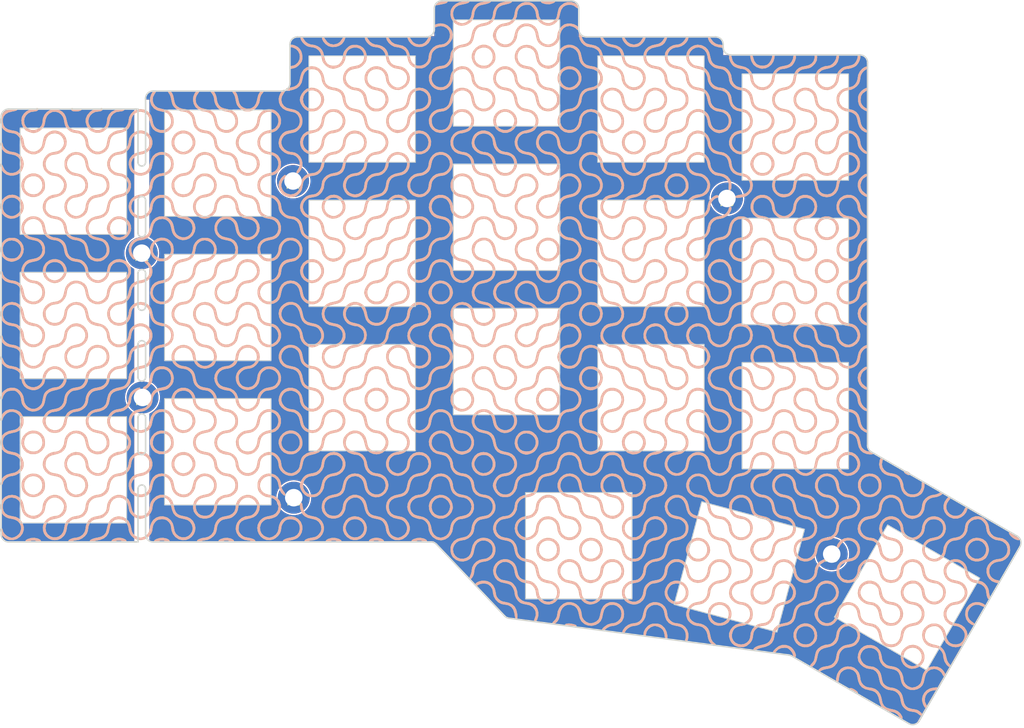
<source format=kicad_pcb>
(kicad_pcb (version 20221018) (generator pcbnew)
  (layers (0 "F.Cu" signal) (31 "B.Cu" signal) (34 "B.Paste" user) (35 "F.Paste" user) (36 "B.SilkS" user "B.Silkscreen") (37 "F.SilkS" user "F.Silkscreen") (38 "B.Mask" user) (39 "F.Mask" user) (44 "Edge.Cuts" user))
  (net 0 "")
  (footprint "kbd:SW_Hole" (layer "F.Cu") (at 42.721463 76.099368)
    (fp_text reference "K18" hide)
    (fp_text value "KEYSW" hide)
    (fp_line (start -7 -7) (end -7 7) (stroke (width 0.12)) (layer "Edge.Cuts"))
    (fp_line (start -7 7) (end 7 7) (stroke (width 0.12)) (layer "Edge.Cuts"))
    (fp_line (start 7 -7) (end -7 -7) (stroke (width 0.12)) (layer "Edge.Cuts"))
    (fp_line (start 7 7) (end 7 -7) (stroke (width 0.12)) (layer "Edge.Cuts"))
  )
  (footprint "kbd:SW_Hole" (layer "F.Cu") (at 118.721463 47.599367)
    (fp_text reference "K21" hide)
    (fp_text value "KEYSW" hide)
    (fp_line (start -7 -7) (end -7 7) (stroke (width 0.12)) (layer "Edge.Cuts"))
    (fp_line (start -7 7) (end 7 7) (stroke (width 0.12)) (layer "Edge.Cuts"))
    (fp_line (start 7 -7) (end -7 -7) (stroke (width 0.12)) (layer "Edge.Cuts"))
    (fp_line (start 7 7) (end 7 -7) (stroke (width 0.12)) (layer "Edge.Cuts"))
  )
  (footprint "kbd:SW_Hole" (layer "F.Cu") (at 42.721463 57.099368)
    (fp_text reference "K14" hide)
    (fp_text value "KEYSW" hide)
    (fp_line (start -7 -7) (end -7 7) (stroke (width 0.12)) (layer "Edge.Cuts"))
    (fp_line (start -7 7) (end 7 7) (stroke (width 0.12)) (layer "Edge.Cuts"))
    (fp_line (start 7 -7) (end -7 -7) (stroke (width 0.12)) (layer "Edge.Cuts"))
    (fp_line (start 7 7) (end 7 -7) (stroke (width 0.12)) (layer "Edge.Cuts"))
  )
  (footprint "kbd:SW_Hole" (layer "F.Cu") (at 61.721463 35.724368)
    (fp_text reference "K13" hide)
    (fp_text value "KEYSW" hide)
    (fp_line (start -7 -7) (end -7 7) (stroke (width 0.12)) (layer "Edge.Cuts"))
    (fp_line (start -7 7) (end 7 7) (stroke (width 0.12)) (layer "Edge.Cuts"))
    (fp_line (start 7 -7) (end -7 -7) (stroke (width 0.12)) (layer "Edge.Cuts"))
    (fp_line (start 7 7) (end 7 -7) (stroke (width 0.12)) (layer "Edge.Cuts"))
  )
  (footprint "Silks:skean_truchet_6col" (layer "F.Cu") (at 100.121464 61.599367)
    (fp_text reference "G***")
    (fp_text value "LOGO" hide)
  )
  (footprint "kbd:SW_Hole" (layer "F.Cu") (at 152.426296 92.925796 60)
    (fp_text reference "K22" hide)
    (fp_text value "KEYSW" hide)
    (fp_line (start -7 -7) (end -7 7) (stroke (width 0.12)) (layer "Edge.Cuts"))
    (fp_line (start -7 7) (end 7 7) (stroke (width 0.12)) (layer "Edge.Cuts"))
    (fp_line (start 7 -7) (end -7 -7) (stroke (width 0.12)) (layer "Edge.Cuts"))
    (fp_line (start 7 7) (end 7 -7) (stroke (width 0.12)) (layer "Edge.Cuts"))
  )
  (footprint "kbd:M2_Hole_TH" (layer "F.Cu") (at 128.721463 40.374367)
    (fp_text reference "H8" (at 0 0.5) (layer "F.SilkS"))
    (fp_text value "MountingHole")
    (pad "" thru_hole circle (at 0 0) (size 4.2 4.2) (drill 2.3) (layers "*.Cu" "*.Mask"))
  )
  (footprint "kbd:SW_Hole" (layer "F.Cu") (at 80.721463 66.599368)
    (fp_text reference "K9" hide)
    (fp_text value "KEYSW" hide)
    (fp_line (start -7 -7) (end -7 7) (stroke (width 0.12)) (layer "Edge.Cuts"))
    (fp_line (start -7 7) (end 7 7) (stroke (width 0.12)) (layer "Edge.Cuts"))
    (fp_line (start 7 -7) (end -7 -7) (stroke (width 0.12)) (layer "Edge.Cuts"))
    (fp_line (start 7 7) (end 7 -7) (stroke (width 0.12)) (layer "Edge.Cuts"))
  )
  (footprint "kbd:M2_Hole_TH" (layer "F.Cu") (at 71.621463 38.074367)
    (fp_text reference "H4" (at 0 0.5) (layer "F.SilkS"))
    (fp_text value "MountingHole")
    (pad "" thru_hole circle (at 0 0) (size 4.2 4.2) (drill 2.3) (layers "*.Cu" "*.Mask"))
  )
  (footprint "kbd:SW_Hole" (layer "F.Cu") (at 130.35654 88.881582 -15)
    (fp_text reference "K1" hide)
    (fp_text value "KEYSW" hide)
    (fp_line (start -7 -7) (end -7 7) (stroke (width 0.12)) (layer "Edge.Cuts"))
    (fp_line (start -7 7) (end 7 7) (stroke (width 0.12)) (layer "Edge.Cuts"))
    (fp_line (start 7 -7) (end -7 -7) (stroke (width 0.12)) (layer "Edge.Cuts"))
    (fp_line (start 7 7) (end 7 -7) (stroke (width 0.12)) (layer "Edge.Cuts"))
  )
  (footprint "kbd:SW_Hole" (layer "F.Cu") (at 99.721463 23.849368)
    (fp_text reference "K11" hide)
    (fp_text value "KEYSW" hide)
    (fp_line (start -7 -7) (end -7 7) (stroke (width 0.12)) (layer "Edge.Cuts"))
    (fp_line (start -7 7) (end 7 7) (stroke (width 0.12)) (layer "Edge.Cuts"))
    (fp_line (start 7 -7) (end -7 -7) (stroke (width 0.12)) (layer "Edge.Cuts"))
    (fp_line (start 7 7) (end 7 -7) (stroke (width 0.12)) (layer "Edge.Cuts"))
  )
  (footprint "kbd:M2_Hole_TH" (layer "F.Cu") (at 51.821463 66.574367)
    (fp_text reference "H2" (at 0 0.5) (layer "F.SilkS"))
    (fp_text value "MountingHole")
    (pad "" thru_hole circle (at 0 0) (size 4.2 4.2) (drill 2.3) (layers "*.Cu" "*.Mask"))
  )
  (footprint "kbd:SW_Hole" (layer "F.Cu") (at 42.721463 38.099368)
    (fp_text reference "K7" hide)
    (fp_text value "KEYSW" hide)
    (fp_line (start -7 -7) (end -7 7) (stroke (width 0.12)) (layer "Edge.Cuts"))
    (fp_line (start -7 7) (end 7 7) (stroke (width 0.12)) (layer "Edge.Cuts"))
    (fp_line (start 7 -7) (end -7 -7) (stroke (width 0.12)) (layer "Edge.Cuts"))
    (fp_line (start 7 7) (end 7 -7) (stroke (width 0.12)) (layer "Edge.Cuts"))
  )
  (footprint "kbd:SW_Hole" (layer "F.Cu") (at 118.721463 66.599367)
    (fp_text reference "K12" hide)
    (fp_text value "KEYSW" hide)
    (fp_line (start -7 -7) (end -7 7) (stroke (width 0.12)) (layer "Edge.Cuts"))
    (fp_line (start -7 7) (end 7 7) (stroke (width 0.12)) (layer "Edge.Cuts"))
    (fp_line (start 7 -7) (end -7 -7) (stroke (width 0.12)) (layer "Edge.Cuts"))
    (fp_line (start 7 7) (end 7 -7) (stroke (width 0.12)) (layer "Edge.Cuts"))
  )
  (footprint "kbd:M2_Hole_TH" (layer "F.Cu") (at 51.721463 47.574367)
    (fp_text reference "H1" (at 0 0.5) (layer "F.SilkS"))
    (fp_text value "MountingHole")
    (pad "" thru_hole circle (at 0 0) (size 4.2 4.2) (drill 2.3) (layers "*.Cu" "*.Mask"))
  )
  (footprint "kbd:SW_Hole" (layer "F.Cu") (at 118.721463 28.599367)
    (fp_text reference "K16" hide)
    (fp_text value "KEYSW" hide)
    (fp_line (start -7 -7) (end -7 7) (stroke (width 0.12)) (layer "Edge.Cuts"))
    (fp_line (start -7 7) (end 7 7) (stroke (width 0.12)) (layer "Edge.Cuts"))
    (fp_line (start 7 -7) (end -7 -7) (stroke (width 0.12)) (layer "Edge.Cuts"))
    (fp_line (start 7 7) (end 7 -7) (stroke (width 0.12)) (layer "Edge.Cuts"))
  )
  (footprint "kbd:SW_Hole" (layer "F.Cu") (at 80.721463 47.599368)
    (fp_text reference "K6" hide)
    (fp_text value "KEYSW" hide)
    (fp_line (start -7 -7) (end -7 7) (stroke (width 0.12)) (layer "Edge.Cuts"))
    (fp_line (start -7 7) (end 7 7) (stroke (width 0.12)) (layer "Edge.Cuts"))
    (fp_line (start 7 -7) (end -7 -7) (stroke (width 0.12)) (layer "Edge.Cuts"))
    (fp_line (start 7 7) (end 7 -7) (stroke (width 0.12)) (layer "Edge.Cuts"))
  )
  (footprint "Silks:skean_truchet_6col_back" (layer "F.Cu") (at 100.121464 61.599367)
    (fp_text reference "G***")
    (fp_text value "LOGO" hide)
  )
  (footprint "kbd:SW_Hole" (layer "F.Cu") (at 109.221463 86.099097)
    (fp_text reference "K5" hide)
    (fp_text value "KEYSW" hide)
    (fp_line (start -7 -7) (end -7 7) (stroke (width 0.12)) (layer "Edge.Cuts"))
    (fp_line (start -7 7) (end 7 7) (stroke (width 0.12)) (layer "Edge.Cuts"))
    (fp_line (start 7 -7) (end -7 -7) (stroke (width 0.12)) (layer "Edge.Cuts"))
    (fp_line (start 7 7) (end 7 -7) (stroke (width 0.12)) (layer "Edge.Cuts"))
  )
  (footprint "kbd:SW_Hole" (layer "F.Cu") (at 137.721463 49.974367)
    (fp_text reference "K3" hide)
    (fp_text value "KEYSW" hide)
    (fp_line (start -7 -7) (end -7 7) (stroke (width 0.12)) (layer "Edge.Cuts"))
    (fp_line (start -7 7) (end 7 7) (stroke (width 0.12)) (layer "Edge.Cuts"))
    (fp_line (start 7 -7) (end -7 -7) (stroke (width 0.12)) (layer "Edge.Cuts"))
    (fp_line (start 7 7) (end 7 -7) (stroke (width 0.12)) (layer "Edge.Cuts"))
  )
  (footprint "kbd:SW_Hole" (layer "F.Cu") (at 99.721463 42.849368)
    (fp_text reference "K19" hide)
    (fp_text value "KEYSW" hide)
    (fp_line (start -7 -7) (end -7 7) (stroke (width 0.12)) (layer "Edge.Cuts"))
    (fp_line (start -7 7) (end 7 7) (stroke (width 0.12)) (layer "Edge.Cuts"))
    (fp_line (start 7 -7) (end -7 -7) (stroke (width 0.12)) (layer "Edge.Cuts"))
    (fp_line (start 7 7) (end 7 -7) (stroke (width 0.12)) (layer "Edge.Cuts"))
  )
  (footprint "kbd:SW_Hole" (layer "F.Cu") (at 61.721463 73.724368)
    (fp_text reference "K8" hide)
    (fp_text value "KEYSW" hide)
    (fp_line (start -7 -7) (end -7 7) (stroke (width 0.12)) (layer "Edge.Cuts"))
    (fp_line (start -7 7) (end 7 7) (stroke (width 0.12)) (layer "Edge.Cuts"))
    (fp_line (start 7 -7) (end -7 -7) (stroke (width 0.12)) (layer "Edge.Cuts"))
    (fp_line (start 7 7) (end 7 -7) (stroke (width 0.12)) (layer "Edge.Cuts"))
  )
  (footprint "kbd:M2_Hole_TH" (layer "F.Cu") (at 71.721463 79.774367)
    (fp_text reference "H5" (at 0 0.5) (layer "F.SilkS"))
    (fp_text value "MountingHole")
    (pad "" thru_hole circle (at 0 0) (size 4.2 4.2) (drill 2.3) (layers "*.Cu" "*.Mask"))
  )
  (footprint "kbd:SW_Hole" (layer "F.Cu") (at 137.721463 30.974367)
    (fp_text reference "K4" hide)
    (fp_text value "KEYSW" hide)
    (fp_line (start -7 -7) (end -7 7) (stroke (width 0.12)) (layer "Edge.Cuts"))
    (fp_line (start -7 7) (end 7 7) (stroke (width 0.12)) (layer "Edge.Cuts"))
    (fp_line (start 7 -7) (end -7 -7) (stroke (width 0.12)) (layer "Edge.Cuts"))
    (fp_line (start 7 7) (end 7 -7) (stroke (width 0.12)) (layer "Edge.Cuts"))
  )
  (footprint "kbd:SW_Hole" (layer "F.Cu") (at 137.721463 68.974367)
    (fp_text reference "K2" hide)
    (fp_text value "KEYSW" hide)
    (fp_line (start -7 -7) (end -7 7) (stroke (width 0.12)) (layer "Edge.Cuts"))
    (fp_line (start -7 7) (end 7 7) (stroke (width 0.12)) (layer "Edge.Cuts"))
    (fp_line (start 7 -7) (end -7 -7) (stroke (width 0.12)) (layer "Edge.Cuts"))
    (fp_line (start 7 7) (end 7 -7) (stroke (width 0.12)) (layer "Edge.Cuts"))
  )
  (footprint "kbd:SW_Hole" (layer "F.Cu") (at 99.721463 61.849368)
    (fp_text reference "K15" hide)
    (fp_text value "KEYSW" hide)
    (fp_line (start -7 -7) (end -7 7) (stroke (width 0.12)) (layer "Edge.Cuts"))
    (fp_line (start -7 7) (end 7 7) (stroke (width 0.12)) (layer "Edge.Cuts"))
    (fp_line (start 7 -7) (end -7 -7) (stroke (width 0.12)) (layer "Edge.Cuts"))
    (fp_line (start 7 7) (end 7 -7) (stroke (width 0.12)) (layer "Edge.Cuts"))
  )
  (footprint "kbd:M2_Hole_TH" (layer "F.Cu") (at 142.507505 87.19918)
    (fp_text reference "H9" (at 0 0.5) (layer "F.SilkS"))
    (fp_text value "MountingHole")
    (pad "" thru_hole circle (at 0 0) (size 4.2 4.2) (drill 2.3) (layers "*.Cu" "*.Mask"))
  )
  (footprint "kbd:SW_Hole" (layer "F.Cu") (at 61.721463 54.724368)
    (fp_text reference "K17" hide)
    (fp_text value "KEYSW" hide)
    (fp_line (start -7 -7) (end -7 7) (stroke (width 0.12)) (layer "Edge.Cuts"))
    (fp_line (start -7 7) (end 7 7) (stroke (width 0.12)) (layer "Edge.Cuts"))
    (fp_line (start 7 -7) (end -7 -7) (stroke (width 0.12)) (layer "Edge.Cuts"))
    (fp_line (start 7 7) (end 7 -7) (stroke (width 0.12)) (layer "Edge.Cuts"))
  )
  (footprint "kbd:SW_Hole" (layer "F.Cu") (at 80.721463 28.599368)
    (fp_text reference "K20" hide)
    (fp_text value "KEYSW" hide)
    (fp_line (start -7 -7) (end -7 7) (stroke (width 0.12)) (layer "Edge.Cuts"))
    (fp_line (start -7 7) (end 7 7) (stroke (width 0.12)) (layer "Edge.Cuts"))
    (fp_line (start 7 -7) (end -7 -7) (stroke (width 0.12)) (layer "Edge.Cuts"))
    (fp_line (start 7 7) (end 7 -7) (stroke (width 0.12)) (layer "Edge.Cuts"))
  )
  (gr_arc (start 89.796623 85.599367) (mid 90.187009 85.679623) (end 90.514076 85.907372) (stroke (width 0.2)) (layer "Edge.Cuts"))
  (gr_line (start 52.221491 40.599328) (end 52.22149 44.924327) (stroke (width 0.2)) (layer "Edge.Cuts"))
  (gr_arc (start 51.22149 50.224327) (mid 51.72149 49.724327) (end 52.22149 50.224327) (stroke (width 0.2)) (layer "Edge.Cuts"))
  (gr_line (start 51.221491 54.599327) (end 51.22149 50.224327) (stroke (width 0.2)) (layer "Edge.Cuts"))
  (gr_arc (start 166.912511 84.834934) (mid 167.378437 85.442141) (end 167.278537 86.20096) (stroke (width 0.2)) (layer "Edge.Cuts"))
  (gr_arc (start 51.221463 59.599366) (mid 51.721463 59.099366) (end 52.221463 59.599366) (stroke (width 0.2)) (layer "Edge.Cuts"))
  (gr_arc (start 90.221463 18.099368) (mid 89.92857 18.806475) (end 89.221463 19.099368) (stroke (width 0.2)) (layer "Edge.Cuts"))
  (gr_line (start 52.221463 35.599367) (end 52.221463 27.224367) (stroke (width 0.2)) (layer "Edge.Cuts"))
  (gr_line (start 99.480311 95.345258) (end 90.514076 85.907372) (stroke (width 0.2)) (layer "Edge.Cuts"))
  (gr_arc (start 51.221463 40.599367) (mid 51.721463 40.099367) (end 52.221463 40.599367) (stroke (width 0.2)) (layer "Edge.Cuts"))
  (gr_line (start 147.721463 73.754978) (end 166.912511 84.834934) (stroke (width 0.2)) (layer "Edge.Cuts"))
  (gr_line (start 147.221463 22.474368) (end 147.221463 72.888952) (stroke (width 0.2)) (layer "Edge.Cuts"))
  (gr_line (start 51.221463 28.599368) (end 51.221463 35.599367) (stroke (width 0.2)) (layer "Edge.Cuts"))
  (gr_arc (start 71.221463 25.224368) (mid 70.92857 25.931475) (end 70.221463 26.224368) (stroke (width 0.2)) (layer "Edge.Cuts"))
  (gr_arc (start 52.221463 73.599366) (mid 51.721463 74.099366) (end 51.221463 73.599366) (stroke (width 0.2)) (layer "Edge.Cuts"))
  (gr_line (start 52.221463 84.599366) (end 52.221463 78.599366) (stroke (width 0.2)) (layer "Edge.Cuts"))
  (gr_line (start 52.221491 54.599327) (end 52.22149 50.224327) (stroke (width 0.2)) (layer "Edge.Cuts"))
  (gr_arc (start 53.221463 85.599366) (mid 52.514356 85.306473) (end 52.221463 84.599366) (stroke (width 0.2)) (layer "Edge.Cuts"))
  (gr_line (start 71.221463 25.224368) (end 71.221463 20.099368) (stroke (width 0.2)) (layer "Edge.Cuts"))
  (gr_arc (start 146.221463 21.474368) (mid 146.92857 21.767261) (end 147.221463 22.474368) (stroke (width 0.2)) (layer "Edge.Cuts"))
  (gr_arc (start 108.221463 14.349368) (mid 108.92857 14.642261) (end 109.221463 15.349368) (stroke (width 0.2)) (layer "Edge.Cuts"))
  (gr_line (start 110.221463 19.099367) (end 127.221463 19.099367) (stroke (width 0.2)) (layer "Edge.Cuts"))
  (gr_line (start 51.22149 69.224327) (end 51.221491 73.599327) (stroke (width 0.2)) (layer "Edge.Cuts"))
  (gr_line (start 89.796623 85.599366) (end 53.221463 85.599366) (stroke (width 0.2)) (layer "Edge.Cuts"))
  (gr_line (start 152.662511 109.516658) (end 137.244527 100.615081) (stroke (width 0.2)) (layer "Edge.Cuts"))
  (gr_arc (start 110.221462 19.099368) (mid 109.514356 18.806474) (end 109.221463 18.099367) (stroke (width 0.2)) (layer "Edge.Cuts"))
  (gr_line (start 33.221463 84.609762) (end 33.221464 58.849368) (stroke (width 0.2)) (layer "Edge.Cuts"))
  (gr_arc (start 52.221463 54.599366) (mid 51.721463 55.099366) (end 51.221463 54.599366) (stroke (width 0.2)) (layer "Edge.Cuts"))
  (gr_arc (start 51.221463 78.599366) (mid 51.721463 78.099366) (end 52.221463 78.599366) (stroke (width 0.2)) (layer "Edge.Cuts"))
  (gr_line (start 51.221463 78.599366) (end 51.221463 85.599366) (stroke (width 0.2)) (layer "Edge.Cuts"))
  (gr_arc (start 34.211068 85.599367) (mid 33.511312 85.309518) (end 33.221463 84.609762) (stroke (width 0.2)) (layer "Edge.Cuts"))
  (gr_line (start 51.221463 85.599366) (end 34.211068 85.599366) (stroke (width 0.2)) (layer "Edge.Cuts"))
  (gr_arc (start 52.221463 27.224368) (mid 52.514356 26.517261) (end 53.221463 26.224368) (stroke (width 0.2)) (layer "Edge.Cuts"))
  (gr_line (start 53.221463 26.224368) (end 70.221463 26.224368) (stroke (width 0.2)) (layer "Edge.Cuts"))
  (gr_line (start 52.221491 73.599327) (end 52.22149 69.224327) (stroke (width 0.2)) (layer "Edge.Cuts"))
  (gr_arc (start 52.22149 44.924327) (mid 51.72149 45.424327) (end 51.22149 44.924327) (stroke (width 0.2)) (layer "Edge.Cuts"))
  (gr_arc (start 129.221463 21.474367) (mid 128.514356 21.181474) (end 128.221463 20.474367) (stroke (width 0.2)) (layer "Edge.Cuts"))
  (gr_arc (start 90.221463 15.349368) (mid 90.514356 14.642261) (end 91.221463 14.349368) (stroke (width 0.2)) (layer "Edge.Cuts"))
  (gr_arc (start 127.221463 19.099367) (mid 127.92857 19.39226) (end 128.221463 20.099367) (stroke (width 0.2)) (layer "Edge.Cuts"))
  (gr_arc (start 100.068595 95.644797) (mid 99.748739 95.545528) (end 99.480311 95.345258) (stroke (width 0.2)) (layer "Edge.Cuts"))
  (gr_line (start 136.878894 100.490965) (end 100.068595 95.644797) (stroke (width 0.2)) (layer "Edge.Cuts"))
  (gr_line (start 33.221464 58.849368) (end 33.221464 29.599368) (stroke (width 0.2)) (layer "Edge.Cuts"))
  (gr_line (start 109.221463 15.349368) (end 109.221463 18.099367) (stroke (width 0.2)) (layer "Edge.Cuts"))
  (gr_line (start 128.221463 20.099367) (end 128.221463 20.474367) (stroke (width 0.2)) (layer "Edge.Cuts"))
  (gr_arc (start 33.221464 29.599368) (mid 33.514357 28.892261) (end 34.221464 28.599368) (stroke (width 0.2)) (layer "Edge.Cuts"))
  (gr_line (start 52.22149 63.924327) (end 52.221491 59.599327) (stroke (width 0.2)) (layer "Edge.Cuts"))
  (gr_line (start 129.221463 21.474367) (end 146.221463 21.474368) (stroke (width 0.2)) (layer "Edge.Cuts"))
  (gr_line (start 167.278537 86.20096) (end 154.028537 109.150633) (stroke (width 0.2)) (layer "Edge.Cuts"))
  (gr_arc (start 51.22149 69.224327) (mid 51.72149 68.724327) (end 52.22149 69.224327) (stroke (width 0.2)) (layer "Edge.Cuts"))
  (gr_arc (start 52.221463 35.599367) (mid 51.721463 36.099367) (end 51.221463 35.599367) (stroke (width 0.2)) (layer "Edge.Cuts"))
  (gr_arc (start 136.878894 100.490965) (mid 137.067823 100.535017) (end 137.244527 100.615081) (stroke (width 0.2)) (layer "Edge.Cuts"))
  (gr_arc (start 147.721463 73.754977) (mid 147.355438 73.388952) (end 147.221463 72.888952) (stroke (width 0.2)) (layer "Edge.Cuts"))
  (gr_line (start 51.221491 40.599328) (end 51.22149 44.924327) (stroke (width 0.2)) (layer "Edge.Cuts"))
  (gr_arc (start 52.22149 63.924327) (mid 51.72149 64.424327) (end 51.22149 63.924327) (stroke (width 0.2)) (layer "Edge.Cuts"))
  (gr_arc (start 71.221462 20.099368) (mid 71.514356 19.392261) (end 72.221463 19.099367) (stroke (width 0.2)) (layer "Edge.Cuts"))
  (gr_line (start 90.221463 18.099368) (end 90.221463 15.349368) (stroke (width 0.2)) (layer "Edge.Cuts"))
  (gr_line (start 91.221463 14.349368) (end 108.221463 14.349368) (stroke (width 0.2)) (layer "Edge.Cuts"))
  (gr_line (start 72.221463 19.099367) (end 89.221463 19.099368) (stroke (width 0.2)) (layer "Edge.Cuts"))
  (gr_arc (start 154.028536 109.150633) (mid 153.42133 109.616559) (end 152.662511 109.516658) (stroke (width 0.2)) (layer "Edge.Cuts"))
  (gr_line (start 34.221464 28.599368) (end 51.221463 28.599368) (stroke (width 0.2)) (layer "Edge.Cuts"))
  (gr_line (start 51.22149 63.924327) (end 51.221491 59.599327) (stroke (width 0.2)) (layer "Edge.Cuts"))
  (zone (net 0) (net_name "") (layers "F&B.Cu") (priority 1) (connect_pads (clearance 0.2)) (min_thickness 0.25) (fill yes (thermal_gap 0.5) (thermal_bridge_width 0.5))
    (polygon (pts (xy 109.221463 19.104952) (xy 128.221463 19.104952) (xy 128.221463 21.504952) (xy 147.221463 21.504952) (xy 147.221463 23.804952) (xy 147.721464 73.349367) (xy 167.821463 85.204952) (xy 153.421463 109.904952) (xy 137.021463 100.504952) (xy 99.721463 95.504952) (xy 90.121463 85.504952) (xy 33.221463 85.604952) (xy 33.221463 28.504952) (xy 52.221463 28.504952) (xy 52.221463 26.204952) (xy 71.221463 26.204952) (xy 71.221463 19.004952) (xy 90.221463 19.004952) (xy 90.221463 14.304952) (xy 109.221463 14.304952)))
  )
  (zone (net 0) (net_name "") (layers "F&B.Cu") (connect_pads (clearance 0)) (min_thickness 0.254)
    (keepout (tracks not_allowed) (vias not_allowed) (pads not_allowed) (copperpour not_allowed) (footprints allowed))
    (fill (thermal_gap 0.508) (thermal_bridge_width 0.508))
    (polygon (pts (xy 52.721463 86.099367) (xy 50.721463 86.099367) (xy 50.721463 27.349367) (xy 52.721463 27.349367)))
  )
)
</source>
